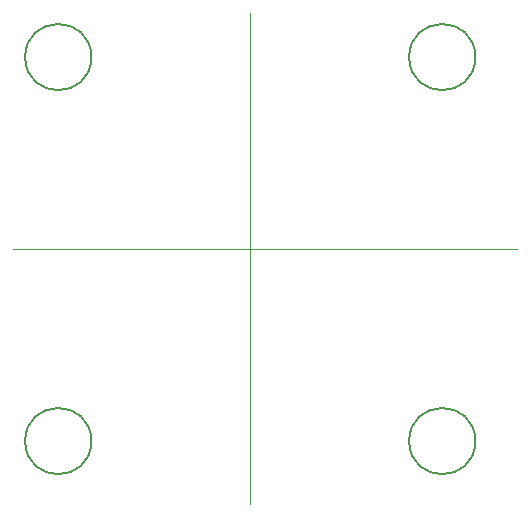
<source format=gbr>
%TF.GenerationSoftware,KiCad,Pcbnew,8.0.7*%
%TF.CreationDate,2024-12-17T10:58:39+01:00*%
%TF.ProjectId,stackflex_core,73746163-6b66-46c6-9578-5f636f72652e,2025.1.0*%
%TF.SameCoordinates,Original*%
%TF.FileFunction,Other,Comment*%
%FSLAX46Y46*%
G04 Gerber Fmt 4.6, Leading zero omitted, Abs format (unit mm)*
G04 Created by KiCad (PCBNEW 8.0.7) date 2024-12-17 10:58:39*
%MOMM*%
%LPD*%
G01*
G04 APERTURE LIST*
%ADD10C,0.100000*%
%ADD11C,0.050000*%
%ADD12C,0.150000*%
G04 APERTURE END LIST*
D10*
X22606000Y0D02*
X-20066000Y0D01*
D11*
X0Y0D02*
X0Y20000000D01*
D10*
X0Y0D02*
X0Y-21590000D01*
D12*
%TO.C,H3*%
X-13456000Y-16256000D02*
G75*
G02*
X-19056000Y-16256000I-2800000J0D01*
G01*
X-19056000Y-16256000D02*
G75*
G02*
X-13456000Y-16256000I2800000J0D01*
G01*
%TO.C,H1*%
X-13456000Y16256000D02*
G75*
G02*
X-19056000Y16256000I-2800000J0D01*
G01*
X-19056000Y16256000D02*
G75*
G02*
X-13456000Y16256000I2800000J0D01*
G01*
%TO.C,H2*%
X19056000Y16256000D02*
G75*
G02*
X13456000Y16256000I-2800000J0D01*
G01*
X13456000Y16256000D02*
G75*
G02*
X19056000Y16256000I2800000J0D01*
G01*
%TO.C,H4*%
X19056000Y-16256000D02*
G75*
G02*
X13456000Y-16256000I-2800000J0D01*
G01*
X13456000Y-16256000D02*
G75*
G02*
X19056000Y-16256000I2800000J0D01*
G01*
%TD*%
M02*

</source>
